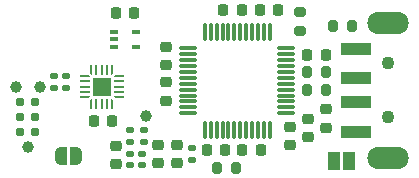
<source format=gbr>
%TF.GenerationSoftware,KiCad,Pcbnew,7.0.7*%
%TF.CreationDate,2024-01-11T13:54:05+01:00*%
%TF.ProjectId,ovrdrive,6f767264-7269-4766-952e-6b696361645f,rev?*%
%TF.SameCoordinates,Original*%
%TF.FileFunction,Soldermask,Top*%
%TF.FilePolarity,Negative*%
%FSLAX46Y46*%
G04 Gerber Fmt 4.6, Leading zero omitted, Abs format (unit mm)*
G04 Created by KiCad (PCBNEW 7.0.7) date 2024-01-11 13:54:05*
%MOMM*%
%LPD*%
G01*
G04 APERTURE LIST*
G04 Aperture macros list*
%AMRoundRect*
0 Rectangle with rounded corners*
0 $1 Rounding radius*
0 $2 $3 $4 $5 $6 $7 $8 $9 X,Y pos of 4 corners*
0 Add a 4 corners polygon primitive as box body*
4,1,4,$2,$3,$4,$5,$6,$7,$8,$9,$2,$3,0*
0 Add four circle primitives for the rounded corners*
1,1,$1+$1,$2,$3*
1,1,$1+$1,$4,$5*
1,1,$1+$1,$6,$7*
1,1,$1+$1,$8,$9*
0 Add four rect primitives between the rounded corners*
20,1,$1+$1,$2,$3,$4,$5,0*
20,1,$1+$1,$4,$5,$6,$7,0*
20,1,$1+$1,$6,$7,$8,$9,0*
20,1,$1+$1,$8,$9,$2,$3,0*%
%AMFreePoly0*
4,1,19,0.500000,-0.750000,0.000000,-0.750000,0.000000,-0.744911,-0.071157,-0.744911,-0.207708,-0.704816,-0.327430,-0.627875,-0.420627,-0.520320,-0.479746,-0.390866,-0.500000,-0.250000,-0.500000,0.250000,-0.479746,0.390866,-0.420627,0.520320,-0.327430,0.627875,-0.207708,0.704816,-0.071157,0.744911,0.000000,0.744911,0.000000,0.750000,0.500000,0.750000,0.500000,-0.750000,0.500000,-0.750000,
$1*%
%AMFreePoly1*
4,1,19,0.000000,0.744911,0.071157,0.744911,0.207708,0.704816,0.327430,0.627875,0.420627,0.520320,0.479746,0.390866,0.500000,0.250000,0.500000,-0.250000,0.479746,-0.390866,0.420627,-0.520320,0.327430,-0.627875,0.207708,-0.704816,0.071157,-0.744911,0.000000,-0.744911,0.000000,-0.750000,-0.500000,-0.750000,-0.500000,0.750000,0.000000,0.750000,0.000000,0.744911,0.000000,0.744911,
$1*%
%AMFreePoly2*
4,1,14,0.289644,0.110355,0.410355,-0.010356,0.425000,-0.045711,0.425000,-0.075000,0.410355,-0.110355,0.375000,-0.125000,-0.375000,-0.125000,-0.410355,-0.110355,-0.425000,-0.075000,-0.425000,0.075000,-0.410355,0.110355,-0.375000,0.125000,0.254289,0.125000,0.289644,0.110355,0.289644,0.110355,$1*%
%AMFreePoly3*
4,1,14,0.410355,0.110355,0.425000,0.075000,0.425000,0.045711,0.410355,0.010356,0.289644,-0.110355,0.254289,-0.125000,-0.375000,-0.125000,-0.410355,-0.110355,-0.425000,-0.075000,-0.425000,0.075000,-0.410355,0.110355,-0.375000,0.125000,0.375000,0.125000,0.410355,0.110355,0.410355,0.110355,$1*%
%AMFreePoly4*
4,1,14,0.110355,0.410355,0.125000,0.375000,0.125000,-0.375000,0.110355,-0.410355,0.075000,-0.425000,-0.075000,-0.425000,-0.110355,-0.410355,-0.125000,-0.375000,-0.125000,0.254289,-0.110355,0.289644,0.010356,0.410355,0.045711,0.425000,0.075000,0.425000,0.110355,0.410355,0.110355,0.410355,$1*%
%AMFreePoly5*
4,1,14,-0.010356,0.410355,0.110355,0.289644,0.125000,0.254289,0.125000,-0.375000,0.110355,-0.410355,0.075000,-0.425000,-0.075000,-0.425000,-0.110355,-0.410355,-0.125000,-0.375000,-0.125000,0.375000,-0.110355,0.410355,-0.075000,0.425000,-0.045711,0.425000,-0.010356,0.410355,-0.010356,0.410355,$1*%
%AMFreePoly6*
4,1,14,0.410355,0.110355,0.425000,0.075000,0.425000,-0.075000,0.410355,-0.110355,0.375000,-0.125000,-0.254289,-0.125000,-0.289644,-0.110355,-0.410355,0.010356,-0.425000,0.045711,-0.425000,0.075000,-0.410355,0.110355,-0.375000,0.125000,0.375000,0.125000,0.410355,0.110355,0.410355,0.110355,$1*%
%AMFreePoly7*
4,1,14,0.410355,0.110355,0.425000,0.075000,0.425000,-0.075000,0.410355,-0.110355,0.375000,-0.125000,-0.375000,-0.125000,-0.410355,-0.110355,-0.425000,-0.075000,-0.425000,-0.045711,-0.410355,-0.010356,-0.289644,0.110355,-0.254289,0.125000,0.375000,0.125000,0.410355,0.110355,0.410355,0.110355,$1*%
%AMFreePoly8*
4,1,14,0.110355,0.410355,0.125000,0.375000,0.125000,-0.254289,0.110355,-0.289644,-0.010356,-0.410355,-0.045711,-0.425000,-0.075000,-0.425000,-0.110355,-0.410355,-0.125000,-0.375000,-0.125000,0.375000,-0.110355,0.410355,-0.075000,0.425000,0.075000,0.425000,0.110355,0.410355,0.110355,0.410355,$1*%
%AMFreePoly9*
4,1,14,0.110355,0.410355,0.125000,0.375000,0.125000,-0.375000,0.110355,-0.410355,0.075000,-0.425000,0.045711,-0.425000,0.010356,-0.410355,-0.110355,-0.289644,-0.125000,-0.254289,-0.125000,0.375000,-0.110355,0.410355,-0.075000,0.425000,0.075000,0.425000,0.110355,0.410355,0.110355,0.410355,$1*%
G04 Aperture macros list end*
%ADD10RoundRect,0.218750X0.256250X-0.218750X0.256250X0.218750X-0.256250X0.218750X-0.256250X-0.218750X0*%
%ADD11RoundRect,0.225000X0.225000X0.250000X-0.225000X0.250000X-0.225000X-0.250000X0.225000X-0.250000X0*%
%ADD12RoundRect,0.147500X0.172500X-0.147500X0.172500X0.147500X-0.172500X0.147500X-0.172500X-0.147500X0*%
%ADD13RoundRect,0.225000X-0.225000X-0.250000X0.225000X-0.250000X0.225000X0.250000X-0.225000X0.250000X0*%
%ADD14RoundRect,0.200000X0.200000X0.275000X-0.200000X0.275000X-0.200000X-0.275000X0.200000X-0.275000X0*%
%ADD15RoundRect,0.225000X-0.250000X0.225000X-0.250000X-0.225000X0.250000X-0.225000X0.250000X0.225000X0*%
%ADD16RoundRect,0.135000X-0.185000X0.135000X-0.185000X-0.135000X0.185000X-0.135000X0.185000X0.135000X0*%
%ADD17FreePoly0,180.000000*%
%ADD18FreePoly1,180.000000*%
%ADD19C,1.100000*%
%ADD20R,2.500000X1.100000*%
%ADD21O,3.500000X1.900000*%
%ADD22R,0.650000X0.400000*%
%ADD23C,0.990600*%
%ADD24C,0.787400*%
%ADD25RoundRect,0.225000X0.250000X-0.225000X0.250000X0.225000X-0.250000X0.225000X-0.250000X-0.225000X0*%
%ADD26C,1.000000*%
%ADD27R,1.000000X1.500000*%
%ADD28RoundRect,0.200000X-0.275000X0.200000X-0.275000X-0.200000X0.275000X-0.200000X0.275000X0.200000X0*%
%ADD29RoundRect,0.135000X0.185000X-0.135000X0.185000X0.135000X-0.185000X0.135000X-0.185000X-0.135000X0*%
%ADD30FreePoly2,0.000000*%
%ADD31RoundRect,0.062500X-0.362500X-0.062500X0.362500X-0.062500X0.362500X0.062500X-0.362500X0.062500X0*%
%ADD32FreePoly3,0.000000*%
%ADD33FreePoly4,0.000000*%
%ADD34RoundRect,0.062500X-0.062500X-0.362500X0.062500X-0.362500X0.062500X0.362500X-0.062500X0.362500X0*%
%ADD35FreePoly5,0.000000*%
%ADD36FreePoly6,0.000000*%
%ADD37FreePoly7,0.000000*%
%ADD38FreePoly8,0.000000*%
%ADD39FreePoly9,0.000000*%
%ADD40R,1.600000X1.600000*%
%ADD41RoundRect,0.075000X-0.075000X0.662500X-0.075000X-0.662500X0.075000X-0.662500X0.075000X0.662500X0*%
%ADD42RoundRect,0.075000X-0.662500X0.075000X-0.662500X-0.075000X0.662500X-0.075000X0.662500X0.075000X0*%
G04 APERTURE END LIST*
D10*
%TO.C,D1*%
X124200000Y-110387500D03*
X124200000Y-108812500D03*
%TD*%
D11*
%TO.C,C17*%
X129675000Y-97400000D03*
X128125000Y-97400000D03*
%TD*%
D12*
%TO.C,D3*%
X121200000Y-110575000D03*
X121200000Y-109605000D03*
%TD*%
D13*
%TO.C,C7*%
X131225000Y-97400000D03*
X132775000Y-97400000D03*
%TD*%
D11*
%TO.C,C18*%
X120575000Y-97700000D03*
X119025000Y-97700000D03*
%TD*%
D14*
%TO.C,R4*%
X136825000Y-102700000D03*
X135175000Y-102700000D03*
%TD*%
%TO.C,R5*%
X139050000Y-98800000D03*
X137400000Y-98800000D03*
%TD*%
D15*
%TO.C,C6*%
X135300000Y-106625000D03*
X135300000Y-108175000D03*
%TD*%
D16*
%TO.C,R7*%
X114800000Y-102990000D03*
X114800000Y-104010000D03*
%TD*%
D17*
%TO.C,JP3*%
X115650000Y-109750000D03*
D18*
X114350000Y-109750000D03*
%TD*%
D19*
%TO.C,J1*%
X142100000Y-101900000D03*
X142100000Y-106500000D03*
D20*
X139350000Y-100700000D03*
X139350000Y-103200000D03*
X139350000Y-105200000D03*
X139350000Y-107700000D03*
D21*
X142100000Y-98500000D03*
X142100000Y-109900000D03*
%TD*%
D15*
%TO.C,C10*%
X123300000Y-103525000D03*
X123300000Y-105075000D03*
%TD*%
D22*
%TO.C,U4*%
X118850000Y-99250000D03*
X118850000Y-99900000D03*
X118850000Y-100550000D03*
X120750000Y-100550000D03*
X120750000Y-99250000D03*
%TD*%
D23*
%TO.C,J3*%
X111565000Y-109010000D03*
X110549000Y-103930000D03*
X112581000Y-103930000D03*
D24*
X112200000Y-107740000D03*
X110930000Y-107740000D03*
X112200000Y-106470000D03*
X110930000Y-106470000D03*
X112200000Y-105200000D03*
X110930000Y-105200000D03*
%TD*%
D11*
%TO.C,C8*%
X128275000Y-109300000D03*
X126725000Y-109300000D03*
%TD*%
D25*
%TO.C,C3*%
X119000000Y-110465000D03*
X119000000Y-108915000D03*
%TD*%
D26*
%TO.C,TP2*%
X121600000Y-106400000D03*
%TD*%
D12*
%TO.C,D2*%
X120200000Y-110575000D03*
X120200000Y-109605000D03*
%TD*%
D15*
%TO.C,C9*%
X136800000Y-105825000D03*
X136800000Y-107375000D03*
%TD*%
D27*
%TO.C,JP2*%
X138750000Y-110200000D03*
X137450000Y-110200000D03*
%TD*%
D16*
%TO.C,R9*%
X125500000Y-109090000D03*
X125500000Y-110110000D03*
%TD*%
D14*
%TO.C,R3*%
X136825000Y-104200000D03*
X135175000Y-104200000D03*
%TD*%
D28*
%TO.C,R10*%
X134600000Y-97575000D03*
X134600000Y-99225000D03*
%TD*%
D25*
%TO.C,C14*%
X122600000Y-110375000D03*
X122600000Y-108825000D03*
%TD*%
D11*
%TO.C,C4*%
X118700000Y-106800000D03*
X117150000Y-106800000D03*
%TD*%
D13*
%TO.C,C12*%
X129725000Y-109300000D03*
X131275000Y-109300000D03*
%TD*%
D29*
%TO.C,R1*%
X120200000Y-108600000D03*
X120200000Y-107580000D03*
%TD*%
%TO.C,R2*%
X121400000Y-108600000D03*
X121400000Y-107580000D03*
%TD*%
D30*
%TO.C,U3*%
X116375000Y-103000000D03*
D31*
X116375000Y-103450000D03*
X116375000Y-103900000D03*
X116375000Y-104350000D03*
D32*
X116375000Y-104800000D03*
D33*
X116925000Y-105350000D03*
D34*
X117375000Y-105350000D03*
X117825000Y-105350000D03*
X118275000Y-105350000D03*
D35*
X118725000Y-105350000D03*
D36*
X119275000Y-104800000D03*
D31*
X119275000Y-104350000D03*
X119275000Y-103900000D03*
X119275000Y-103450000D03*
D37*
X119275000Y-103000000D03*
D38*
X118725000Y-102450000D03*
D34*
X118275000Y-102450000D03*
X117825000Y-102450000D03*
X117375000Y-102450000D03*
D39*
X116925000Y-102450000D03*
D40*
X117825000Y-103900000D03*
%TD*%
D15*
%TO.C,C5*%
X133800000Y-107325000D03*
X133800000Y-108875000D03*
%TD*%
D25*
%TO.C,C11*%
X123300000Y-102075000D03*
X123300000Y-100525000D03*
%TD*%
D13*
%TO.C,C13*%
X135225000Y-101200000D03*
X136775000Y-101200000D03*
%TD*%
D14*
%TO.C,R6*%
X129225000Y-110800000D03*
X127575000Y-110800000D03*
%TD*%
D29*
%TO.C,R8*%
X113800000Y-104010000D03*
X113800000Y-102990000D03*
%TD*%
D41*
%TO.C,U1*%
X132050000Y-99237500D03*
X131550000Y-99237500D03*
X131050000Y-99237500D03*
X130550000Y-99237500D03*
X130050000Y-99237500D03*
X129550000Y-99237500D03*
X129050000Y-99237500D03*
X128550000Y-99237500D03*
X128050000Y-99237500D03*
X127550000Y-99237500D03*
X127050000Y-99237500D03*
X126550000Y-99237500D03*
D42*
X125137500Y-100650000D03*
X125137500Y-101150000D03*
X125137500Y-101650000D03*
X125137500Y-102150000D03*
X125137500Y-102650000D03*
X125137500Y-103150000D03*
X125137500Y-103650000D03*
X125137500Y-104150000D03*
X125137500Y-104650000D03*
X125137500Y-105150000D03*
X125137500Y-105650000D03*
X125137500Y-106150000D03*
D41*
X126550000Y-107562500D03*
X127050000Y-107562500D03*
X127550000Y-107562500D03*
X128050000Y-107562500D03*
X128550000Y-107562500D03*
X129050000Y-107562500D03*
X129550000Y-107562500D03*
X130050000Y-107562500D03*
X130550000Y-107562500D03*
X131050000Y-107562500D03*
X131550000Y-107562500D03*
X132050000Y-107562500D03*
D42*
X133462500Y-106150000D03*
X133462500Y-105650000D03*
X133462500Y-105150000D03*
X133462500Y-104650000D03*
X133462500Y-104150000D03*
X133462500Y-103650000D03*
X133462500Y-103150000D03*
X133462500Y-102650000D03*
X133462500Y-102150000D03*
X133462500Y-101650000D03*
X133462500Y-101150000D03*
X133462500Y-100650000D03*
%TD*%
M02*

</source>
